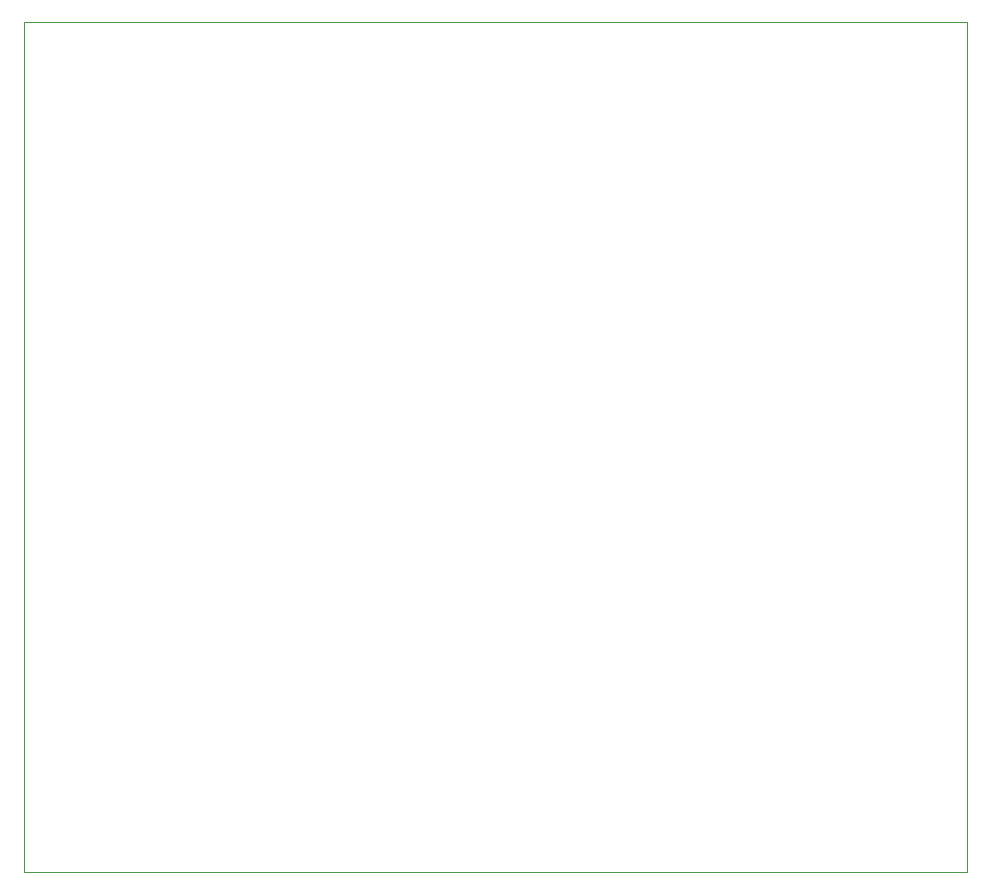
<source format=gbr>
%TF.GenerationSoftware,KiCad,Pcbnew,7.0.1*%
%TF.CreationDate,2025-02-25T21:51:13-03:00*%
%TF.ProjectId,resistorDecade,72657369-7374-46f7-9244-65636164652e,rev?*%
%TF.SameCoordinates,Original*%
%TF.FileFunction,Profile,NP*%
%FSLAX46Y46*%
G04 Gerber Fmt 4.6, Leading zero omitted, Abs format (unit mm)*
G04 Created by KiCad (PCBNEW 7.0.1) date 2025-02-25 21:51:13*
%MOMM*%
%LPD*%
G01*
G04 APERTURE LIST*
%TA.AperFunction,Profile*%
%ADD10C,0.100000*%
%TD*%
G04 APERTURE END LIST*
D10*
X94500000Y-46000000D02*
X174300000Y-46000000D01*
X174300000Y-118000000D01*
X94500000Y-118000000D01*
X94500000Y-46000000D01*
M02*

</source>
